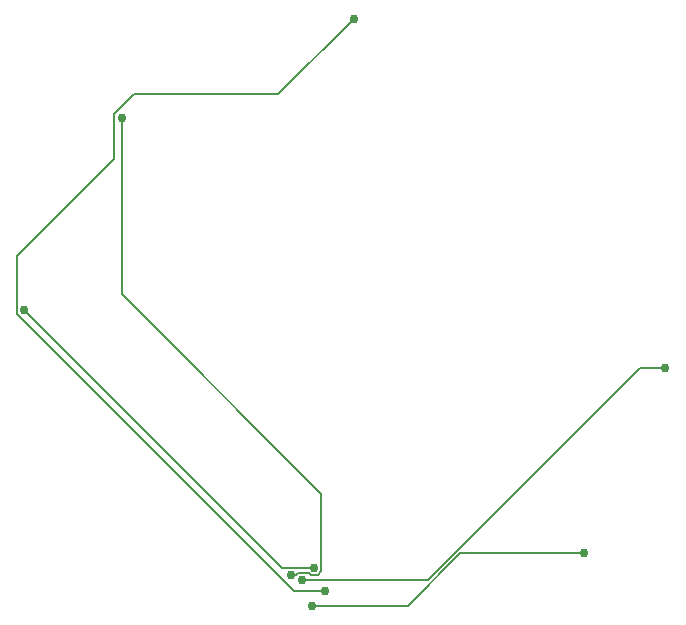
<source format=gbr>
G04 EAGLE Gerber RS-274X export*
G75*
%MOMM*%
%FSLAX34Y34*%
%LPD*%
%INBottom Copper*%
%IPPOS*%
%AMOC8*
5,1,8,0,0,1.08239X$1,22.5*%
G01*
G04 Define Apertures*
%ADD10C,0.152400*%
%ADD11C,0.756400*%
D10*
X292608Y144780D02*
X320040Y144780D01*
X292608Y144780D02*
X74676Y362712D01*
D11*
X320040Y144780D03*
X74676Y362712D03*
D10*
X300228Y138684D02*
X304800Y138684D01*
X306324Y140208D01*
X315468Y140208D01*
X316992Y138684D01*
X323088Y138684D01*
X326136Y141732D01*
X326136Y207264D01*
X156972Y376428D01*
X156972Y525780D01*
D11*
X300228Y138684D03*
X156972Y525780D03*
D10*
X318516Y112776D02*
X399288Y112776D01*
X443484Y156972D01*
X548640Y156972D01*
D11*
X318516Y112776D03*
X548640Y156972D03*
D10*
X416052Y134112D02*
X309372Y134112D01*
X416052Y134112D02*
X595884Y313944D01*
X617220Y313944D01*
D11*
X309372Y134112D03*
X617220Y313944D03*
D10*
X329184Y124968D02*
X303276Y124968D01*
X68580Y359664D01*
X68580Y408432D01*
X150876Y490728D01*
X150876Y528828D01*
X167640Y545592D01*
X289560Y545592D01*
X353568Y609600D01*
D11*
X329184Y124968D03*
X353568Y609600D03*
M02*

</source>
